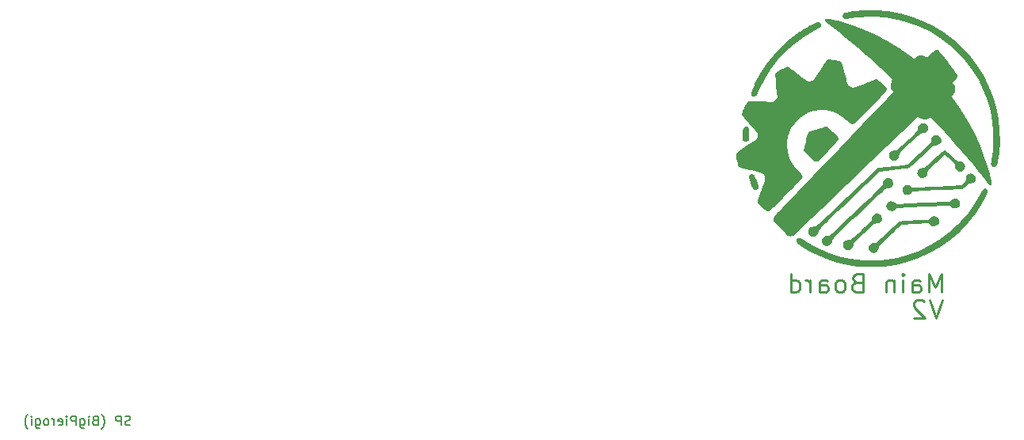
<source format=gbo>
%TF.GenerationSoftware,KiCad,Pcbnew,8.0.5+1*%
%TF.CreationDate,2024-10-17T10:57:33-04:00*%
%TF.ProjectId,mainBoard,6d61696e-426f-4617-9264-2e6b69636164,rev?*%
%TF.SameCoordinates,Original*%
%TF.FileFunction,Legend,Bot*%
%TF.FilePolarity,Positive*%
%FSLAX46Y46*%
G04 Gerber Fmt 4.6, Leading zero omitted, Abs format (unit mm)*
G04 Created by KiCad (PCBNEW 8.0.5+1) date 2024-10-17 10:57:33*
%MOMM*%
%LPD*%
G01*
G04 APERTURE LIST*
G04 Aperture macros list*
%AMRoundRect*
0 Rectangle with rounded corners*
0 $1 Rounding radius*
0 $2 $3 $4 $5 $6 $7 $8 $9 X,Y pos of 4 corners*
0 Add a 4 corners polygon primitive as box body*
4,1,4,$2,$3,$4,$5,$6,$7,$8,$9,$2,$3,0*
0 Add four circle primitives for the rounded corners*
1,1,$1+$1,$2,$3*
1,1,$1+$1,$4,$5*
1,1,$1+$1,$6,$7*
1,1,$1+$1,$8,$9*
0 Add four rect primitives between the rounded corners*
20,1,$1+$1,$2,$3,$4,$5,0*
20,1,$1+$1,$4,$5,$6,$7,0*
20,1,$1+$1,$6,$7,$8,$9,0*
20,1,$1+$1,$8,$9,$2,$3,0*%
G04 Aperture macros list end*
%ADD10C,0.250000*%
%ADD11C,0.150000*%
%ADD12C,0.000000*%
%ADD13R,3.800000X3.800000*%
%ADD14C,3.800000*%
%ADD15C,4.300000*%
%ADD16R,4.500000X2.000000*%
%ADD17O,4.000000X2.000000*%
%ADD18O,2.000000X4.000000*%
%ADD19RoundRect,0.250000X0.625000X-0.350000X0.625000X0.350000X-0.625000X0.350000X-0.625000X-0.350000X0*%
%ADD20O,1.750000X1.200000*%
%ADD21R,0.900000X2.000000*%
%ADD22RoundRect,1.025000X-1.025000X-1.025000X1.025000X-1.025000X1.025000X1.025000X-1.025000X1.025000X0*%
%ADD23C,4.100000*%
%ADD24C,1.400000*%
%ADD25R,3.500000X3.500000*%
%ADD26C,3.500000*%
%ADD27R,1.700000X1.700000*%
%ADD28O,1.700000X1.700000*%
G04 APERTURE END LIST*
D10*
X113745122Y-71656453D02*
X113745122Y-69656453D01*
X113745122Y-69656453D02*
X113078455Y-71085024D01*
X113078455Y-71085024D02*
X112411789Y-69656453D01*
X112411789Y-69656453D02*
X112411789Y-71656453D01*
X110602265Y-71656453D02*
X110602265Y-70608834D01*
X110602265Y-70608834D02*
X110697503Y-70418357D01*
X110697503Y-70418357D02*
X110887979Y-70323119D01*
X110887979Y-70323119D02*
X111268932Y-70323119D01*
X111268932Y-70323119D02*
X111459408Y-70418357D01*
X110602265Y-71561215D02*
X110792741Y-71656453D01*
X110792741Y-71656453D02*
X111268932Y-71656453D01*
X111268932Y-71656453D02*
X111459408Y-71561215D01*
X111459408Y-71561215D02*
X111554646Y-71370738D01*
X111554646Y-71370738D02*
X111554646Y-71180262D01*
X111554646Y-71180262D02*
X111459408Y-70989786D01*
X111459408Y-70989786D02*
X111268932Y-70894548D01*
X111268932Y-70894548D02*
X110792741Y-70894548D01*
X110792741Y-70894548D02*
X110602265Y-70799310D01*
X109649884Y-71656453D02*
X109649884Y-70323119D01*
X109649884Y-69656453D02*
X109745122Y-69751691D01*
X109745122Y-69751691D02*
X109649884Y-69846929D01*
X109649884Y-69846929D02*
X109554646Y-69751691D01*
X109554646Y-69751691D02*
X109649884Y-69656453D01*
X109649884Y-69656453D02*
X109649884Y-69846929D01*
X108697503Y-70323119D02*
X108697503Y-71656453D01*
X108697503Y-70513595D02*
X108602265Y-70418357D01*
X108602265Y-70418357D02*
X108411789Y-70323119D01*
X108411789Y-70323119D02*
X108126074Y-70323119D01*
X108126074Y-70323119D02*
X107935598Y-70418357D01*
X107935598Y-70418357D02*
X107840360Y-70608834D01*
X107840360Y-70608834D02*
X107840360Y-71656453D01*
X104697502Y-70608834D02*
X104411788Y-70704072D01*
X104411788Y-70704072D02*
X104316550Y-70799310D01*
X104316550Y-70799310D02*
X104221312Y-70989786D01*
X104221312Y-70989786D02*
X104221312Y-71275500D01*
X104221312Y-71275500D02*
X104316550Y-71465976D01*
X104316550Y-71465976D02*
X104411788Y-71561215D01*
X104411788Y-71561215D02*
X104602264Y-71656453D01*
X104602264Y-71656453D02*
X105364169Y-71656453D01*
X105364169Y-71656453D02*
X105364169Y-69656453D01*
X105364169Y-69656453D02*
X104697502Y-69656453D01*
X104697502Y-69656453D02*
X104507026Y-69751691D01*
X104507026Y-69751691D02*
X104411788Y-69846929D01*
X104411788Y-69846929D02*
X104316550Y-70037405D01*
X104316550Y-70037405D02*
X104316550Y-70227881D01*
X104316550Y-70227881D02*
X104411788Y-70418357D01*
X104411788Y-70418357D02*
X104507026Y-70513595D01*
X104507026Y-70513595D02*
X104697502Y-70608834D01*
X104697502Y-70608834D02*
X105364169Y-70608834D01*
X103078455Y-71656453D02*
X103268931Y-71561215D01*
X103268931Y-71561215D02*
X103364169Y-71465976D01*
X103364169Y-71465976D02*
X103459407Y-71275500D01*
X103459407Y-71275500D02*
X103459407Y-70704072D01*
X103459407Y-70704072D02*
X103364169Y-70513595D01*
X103364169Y-70513595D02*
X103268931Y-70418357D01*
X103268931Y-70418357D02*
X103078455Y-70323119D01*
X103078455Y-70323119D02*
X102792740Y-70323119D01*
X102792740Y-70323119D02*
X102602264Y-70418357D01*
X102602264Y-70418357D02*
X102507026Y-70513595D01*
X102507026Y-70513595D02*
X102411788Y-70704072D01*
X102411788Y-70704072D02*
X102411788Y-71275500D01*
X102411788Y-71275500D02*
X102507026Y-71465976D01*
X102507026Y-71465976D02*
X102602264Y-71561215D01*
X102602264Y-71561215D02*
X102792740Y-71656453D01*
X102792740Y-71656453D02*
X103078455Y-71656453D01*
X100697502Y-71656453D02*
X100697502Y-70608834D01*
X100697502Y-70608834D02*
X100792740Y-70418357D01*
X100792740Y-70418357D02*
X100983216Y-70323119D01*
X100983216Y-70323119D02*
X101364169Y-70323119D01*
X101364169Y-70323119D02*
X101554645Y-70418357D01*
X100697502Y-71561215D02*
X100887978Y-71656453D01*
X100887978Y-71656453D02*
X101364169Y-71656453D01*
X101364169Y-71656453D02*
X101554645Y-71561215D01*
X101554645Y-71561215D02*
X101649883Y-71370738D01*
X101649883Y-71370738D02*
X101649883Y-71180262D01*
X101649883Y-71180262D02*
X101554645Y-70989786D01*
X101554645Y-70989786D02*
X101364169Y-70894548D01*
X101364169Y-70894548D02*
X100887978Y-70894548D01*
X100887978Y-70894548D02*
X100697502Y-70799310D01*
X99745121Y-71656453D02*
X99745121Y-70323119D01*
X99745121Y-70704072D02*
X99649883Y-70513595D01*
X99649883Y-70513595D02*
X99554645Y-70418357D01*
X99554645Y-70418357D02*
X99364169Y-70323119D01*
X99364169Y-70323119D02*
X99173692Y-70323119D01*
X97649883Y-71656453D02*
X97649883Y-69656453D01*
X97649883Y-71561215D02*
X97840359Y-71656453D01*
X97840359Y-71656453D02*
X98221312Y-71656453D01*
X98221312Y-71656453D02*
X98411788Y-71561215D01*
X98411788Y-71561215D02*
X98507026Y-71465976D01*
X98507026Y-71465976D02*
X98602264Y-71275500D01*
X98602264Y-71275500D02*
X98602264Y-70704072D01*
X98602264Y-70704072D02*
X98507026Y-70513595D01*
X98507026Y-70513595D02*
X98411788Y-70418357D01*
X98411788Y-70418357D02*
X98221312Y-70323119D01*
X98221312Y-70323119D02*
X97840359Y-70323119D01*
X97840359Y-70323119D02*
X97649883Y-70418357D01*
X113809999Y-72446525D02*
X113143333Y-74446525D01*
X113143333Y-74446525D02*
X112476666Y-72446525D01*
X111905237Y-72637001D02*
X111809999Y-72541763D01*
X111809999Y-72541763D02*
X111619523Y-72446525D01*
X111619523Y-72446525D02*
X111143332Y-72446525D01*
X111143332Y-72446525D02*
X110952856Y-72541763D01*
X110952856Y-72541763D02*
X110857618Y-72637001D01*
X110857618Y-72637001D02*
X110762380Y-72827477D01*
X110762380Y-72827477D02*
X110762380Y-73017953D01*
X110762380Y-73017953D02*
X110857618Y-73303667D01*
X110857618Y-73303667D02*
X112000475Y-74446525D01*
X112000475Y-74446525D02*
X110762380Y-74446525D01*
D11*
X27096625Y-85836415D02*
X26953768Y-85884034D01*
X26953768Y-85884034D02*
X26715673Y-85884034D01*
X26715673Y-85884034D02*
X26620435Y-85836415D01*
X26620435Y-85836415D02*
X26572816Y-85788795D01*
X26572816Y-85788795D02*
X26525197Y-85693557D01*
X26525197Y-85693557D02*
X26525197Y-85598319D01*
X26525197Y-85598319D02*
X26572816Y-85503081D01*
X26572816Y-85503081D02*
X26620435Y-85455462D01*
X26620435Y-85455462D02*
X26715673Y-85407843D01*
X26715673Y-85407843D02*
X26906149Y-85360224D01*
X26906149Y-85360224D02*
X27001387Y-85312605D01*
X27001387Y-85312605D02*
X27049006Y-85264986D01*
X27049006Y-85264986D02*
X27096625Y-85169748D01*
X27096625Y-85169748D02*
X27096625Y-85074510D01*
X27096625Y-85074510D02*
X27049006Y-84979272D01*
X27049006Y-84979272D02*
X27001387Y-84931653D01*
X27001387Y-84931653D02*
X26906149Y-84884034D01*
X26906149Y-84884034D02*
X26668054Y-84884034D01*
X26668054Y-84884034D02*
X26525197Y-84931653D01*
X26096625Y-85884034D02*
X26096625Y-84884034D01*
X26096625Y-84884034D02*
X25715673Y-84884034D01*
X25715673Y-84884034D02*
X25620435Y-84931653D01*
X25620435Y-84931653D02*
X25572816Y-84979272D01*
X25572816Y-84979272D02*
X25525197Y-85074510D01*
X25525197Y-85074510D02*
X25525197Y-85217367D01*
X25525197Y-85217367D02*
X25572816Y-85312605D01*
X25572816Y-85312605D02*
X25620435Y-85360224D01*
X25620435Y-85360224D02*
X25715673Y-85407843D01*
X25715673Y-85407843D02*
X26096625Y-85407843D01*
X24049006Y-86264986D02*
X24096625Y-86217367D01*
X24096625Y-86217367D02*
X24191863Y-86074510D01*
X24191863Y-86074510D02*
X24239482Y-85979272D01*
X24239482Y-85979272D02*
X24287101Y-85836415D01*
X24287101Y-85836415D02*
X24334720Y-85598319D01*
X24334720Y-85598319D02*
X24334720Y-85407843D01*
X24334720Y-85407843D02*
X24287101Y-85169748D01*
X24287101Y-85169748D02*
X24239482Y-85026891D01*
X24239482Y-85026891D02*
X24191863Y-84931653D01*
X24191863Y-84931653D02*
X24096625Y-84788795D01*
X24096625Y-84788795D02*
X24049006Y-84741176D01*
X23334720Y-85360224D02*
X23191863Y-85407843D01*
X23191863Y-85407843D02*
X23144244Y-85455462D01*
X23144244Y-85455462D02*
X23096625Y-85550700D01*
X23096625Y-85550700D02*
X23096625Y-85693557D01*
X23096625Y-85693557D02*
X23144244Y-85788795D01*
X23144244Y-85788795D02*
X23191863Y-85836415D01*
X23191863Y-85836415D02*
X23287101Y-85884034D01*
X23287101Y-85884034D02*
X23668053Y-85884034D01*
X23668053Y-85884034D02*
X23668053Y-84884034D01*
X23668053Y-84884034D02*
X23334720Y-84884034D01*
X23334720Y-84884034D02*
X23239482Y-84931653D01*
X23239482Y-84931653D02*
X23191863Y-84979272D01*
X23191863Y-84979272D02*
X23144244Y-85074510D01*
X23144244Y-85074510D02*
X23144244Y-85169748D01*
X23144244Y-85169748D02*
X23191863Y-85264986D01*
X23191863Y-85264986D02*
X23239482Y-85312605D01*
X23239482Y-85312605D02*
X23334720Y-85360224D01*
X23334720Y-85360224D02*
X23668053Y-85360224D01*
X22668053Y-85884034D02*
X22668053Y-85217367D01*
X22668053Y-84884034D02*
X22715672Y-84931653D01*
X22715672Y-84931653D02*
X22668053Y-84979272D01*
X22668053Y-84979272D02*
X22620434Y-84931653D01*
X22620434Y-84931653D02*
X22668053Y-84884034D01*
X22668053Y-84884034D02*
X22668053Y-84979272D01*
X21763292Y-85217367D02*
X21763292Y-86026891D01*
X21763292Y-86026891D02*
X21810911Y-86122129D01*
X21810911Y-86122129D02*
X21858530Y-86169748D01*
X21858530Y-86169748D02*
X21953768Y-86217367D01*
X21953768Y-86217367D02*
X22096625Y-86217367D01*
X22096625Y-86217367D02*
X22191863Y-86169748D01*
X21763292Y-85836415D02*
X21858530Y-85884034D01*
X21858530Y-85884034D02*
X22049006Y-85884034D01*
X22049006Y-85884034D02*
X22144244Y-85836415D01*
X22144244Y-85836415D02*
X22191863Y-85788795D01*
X22191863Y-85788795D02*
X22239482Y-85693557D01*
X22239482Y-85693557D02*
X22239482Y-85407843D01*
X22239482Y-85407843D02*
X22191863Y-85312605D01*
X22191863Y-85312605D02*
X22144244Y-85264986D01*
X22144244Y-85264986D02*
X22049006Y-85217367D01*
X22049006Y-85217367D02*
X21858530Y-85217367D01*
X21858530Y-85217367D02*
X21763292Y-85264986D01*
X21287101Y-85884034D02*
X21287101Y-84884034D01*
X21287101Y-84884034D02*
X20906149Y-84884034D01*
X20906149Y-84884034D02*
X20810911Y-84931653D01*
X20810911Y-84931653D02*
X20763292Y-84979272D01*
X20763292Y-84979272D02*
X20715673Y-85074510D01*
X20715673Y-85074510D02*
X20715673Y-85217367D01*
X20715673Y-85217367D02*
X20763292Y-85312605D01*
X20763292Y-85312605D02*
X20810911Y-85360224D01*
X20810911Y-85360224D02*
X20906149Y-85407843D01*
X20906149Y-85407843D02*
X21287101Y-85407843D01*
X20287101Y-85884034D02*
X20287101Y-85217367D01*
X20287101Y-84884034D02*
X20334720Y-84931653D01*
X20334720Y-84931653D02*
X20287101Y-84979272D01*
X20287101Y-84979272D02*
X20239482Y-84931653D01*
X20239482Y-84931653D02*
X20287101Y-84884034D01*
X20287101Y-84884034D02*
X20287101Y-84979272D01*
X19429959Y-85836415D02*
X19525197Y-85884034D01*
X19525197Y-85884034D02*
X19715673Y-85884034D01*
X19715673Y-85884034D02*
X19810911Y-85836415D01*
X19810911Y-85836415D02*
X19858530Y-85741176D01*
X19858530Y-85741176D02*
X19858530Y-85360224D01*
X19858530Y-85360224D02*
X19810911Y-85264986D01*
X19810911Y-85264986D02*
X19715673Y-85217367D01*
X19715673Y-85217367D02*
X19525197Y-85217367D01*
X19525197Y-85217367D02*
X19429959Y-85264986D01*
X19429959Y-85264986D02*
X19382340Y-85360224D01*
X19382340Y-85360224D02*
X19382340Y-85455462D01*
X19382340Y-85455462D02*
X19858530Y-85550700D01*
X18953768Y-85884034D02*
X18953768Y-85217367D01*
X18953768Y-85407843D02*
X18906149Y-85312605D01*
X18906149Y-85312605D02*
X18858530Y-85264986D01*
X18858530Y-85264986D02*
X18763292Y-85217367D01*
X18763292Y-85217367D02*
X18668054Y-85217367D01*
X18191863Y-85884034D02*
X18287101Y-85836415D01*
X18287101Y-85836415D02*
X18334720Y-85788795D01*
X18334720Y-85788795D02*
X18382339Y-85693557D01*
X18382339Y-85693557D02*
X18382339Y-85407843D01*
X18382339Y-85407843D02*
X18334720Y-85312605D01*
X18334720Y-85312605D02*
X18287101Y-85264986D01*
X18287101Y-85264986D02*
X18191863Y-85217367D01*
X18191863Y-85217367D02*
X18049006Y-85217367D01*
X18049006Y-85217367D02*
X17953768Y-85264986D01*
X17953768Y-85264986D02*
X17906149Y-85312605D01*
X17906149Y-85312605D02*
X17858530Y-85407843D01*
X17858530Y-85407843D02*
X17858530Y-85693557D01*
X17858530Y-85693557D02*
X17906149Y-85788795D01*
X17906149Y-85788795D02*
X17953768Y-85836415D01*
X17953768Y-85836415D02*
X18049006Y-85884034D01*
X18049006Y-85884034D02*
X18191863Y-85884034D01*
X17001387Y-85217367D02*
X17001387Y-86026891D01*
X17001387Y-86026891D02*
X17049006Y-86122129D01*
X17049006Y-86122129D02*
X17096625Y-86169748D01*
X17096625Y-86169748D02*
X17191863Y-86217367D01*
X17191863Y-86217367D02*
X17334720Y-86217367D01*
X17334720Y-86217367D02*
X17429958Y-86169748D01*
X17001387Y-85836415D02*
X17096625Y-85884034D01*
X17096625Y-85884034D02*
X17287101Y-85884034D01*
X17287101Y-85884034D02*
X17382339Y-85836415D01*
X17382339Y-85836415D02*
X17429958Y-85788795D01*
X17429958Y-85788795D02*
X17477577Y-85693557D01*
X17477577Y-85693557D02*
X17477577Y-85407843D01*
X17477577Y-85407843D02*
X17429958Y-85312605D01*
X17429958Y-85312605D02*
X17382339Y-85264986D01*
X17382339Y-85264986D02*
X17287101Y-85217367D01*
X17287101Y-85217367D02*
X17096625Y-85217367D01*
X17096625Y-85217367D02*
X17001387Y-85264986D01*
X16525196Y-85884034D02*
X16525196Y-85217367D01*
X16525196Y-84884034D02*
X16572815Y-84931653D01*
X16572815Y-84931653D02*
X16525196Y-84979272D01*
X16525196Y-84979272D02*
X16477577Y-84931653D01*
X16477577Y-84931653D02*
X16525196Y-84884034D01*
X16525196Y-84884034D02*
X16525196Y-84979272D01*
X16144244Y-86264986D02*
X16096625Y-86217367D01*
X16096625Y-86217367D02*
X16001387Y-86074510D01*
X16001387Y-86074510D02*
X15953768Y-85979272D01*
X15953768Y-85979272D02*
X15906149Y-85836415D01*
X15906149Y-85836415D02*
X15858530Y-85598319D01*
X15858530Y-85598319D02*
X15858530Y-85407843D01*
X15858530Y-85407843D02*
X15906149Y-85169748D01*
X15906149Y-85169748D02*
X15953768Y-85026891D01*
X15953768Y-85026891D02*
X16001387Y-84931653D01*
X16001387Y-84931653D02*
X16096625Y-84788795D01*
X16096625Y-84788795D02*
X16144244Y-84741176D01*
D12*
%TO.C,G\u002A\u002A\u002A*%
G36*
X93612297Y-59029523D02*
G01*
X93669705Y-59056552D01*
X93741648Y-59122388D01*
X93813546Y-59239511D01*
X93897540Y-59428975D01*
X94005773Y-59711835D01*
X94109948Y-59999427D01*
X94186224Y-60234527D01*
X94221575Y-60396445D01*
X94218109Y-60505378D01*
X94177934Y-60581527D01*
X94103158Y-60645089D01*
X93978715Y-60716709D01*
X93838794Y-60741158D01*
X93713477Y-60681441D01*
X93593849Y-60529042D01*
X93470995Y-60275443D01*
X93336000Y-59912127D01*
X93332015Y-59900464D01*
X93236726Y-59607130D01*
X93183877Y-59404791D01*
X93169567Y-59274347D01*
X93189895Y-59196696D01*
X93259537Y-59105710D01*
X93419508Y-59010618D01*
X93612297Y-59029523D01*
G37*
G36*
X92942034Y-53940012D02*
G01*
X93062096Y-53966012D01*
X93141441Y-54037567D01*
X93188132Y-54173237D01*
X93210234Y-54391583D01*
X93215810Y-54711165D01*
X93214435Y-54932360D01*
X93206004Y-55149809D01*
X93186197Y-55292037D01*
X93150828Y-55384938D01*
X93095715Y-55454404D01*
X92956498Y-55549802D01*
X92781190Y-55557539D01*
X92607061Y-55446128D01*
X92605433Y-55444497D01*
X92547638Y-55376816D01*
X92512903Y-55297302D01*
X92497697Y-55178973D01*
X92498488Y-54994847D01*
X92511743Y-54717941D01*
X92514224Y-54674453D01*
X92540692Y-54362198D01*
X92582143Y-54150149D01*
X92646938Y-54020603D01*
X92743438Y-53955858D01*
X92880004Y-53938210D01*
X92942034Y-53940012D01*
G37*
G36*
X115352927Y-61642473D02*
G01*
X115361491Y-61645411D01*
X115545201Y-61763338D01*
X115680709Y-61946741D01*
X115733540Y-62149676D01*
X115733425Y-62158464D01*
X115676238Y-62361342D01*
X115538059Y-62542789D01*
X115353442Y-62656708D01*
X115154783Y-62694448D01*
X114969748Y-62649772D01*
X114772784Y-62507331D01*
X114622666Y-62372189D01*
X111775496Y-62493310D01*
X108928326Y-62614432D01*
X108782806Y-62787373D01*
X108640999Y-62906925D01*
X108435557Y-62970426D01*
X108227876Y-62944609D01*
X108045742Y-62840113D01*
X107916940Y-62667574D01*
X107869256Y-62437630D01*
X107870006Y-62409739D01*
X107895167Y-62235934D01*
X107944315Y-62114449D01*
X108123732Y-61962756D01*
X108351957Y-61899825D01*
X108591303Y-61935384D01*
X108810226Y-62071016D01*
X108948241Y-62200674D01*
X111785453Y-62089063D01*
X114622666Y-61977451D01*
X114735634Y-61833902D01*
X114876569Y-61698294D01*
X115099273Y-61612515D01*
X115352927Y-61642473D01*
G37*
G36*
X101483961Y-53963948D02*
G01*
X101637956Y-54052300D01*
X101866177Y-54230721D01*
X102170018Y-54500252D01*
X102386831Y-54703457D01*
X102570926Y-54887805D01*
X102686428Y-55023950D01*
X102746256Y-55127427D01*
X102763328Y-55213774D01*
X102752965Y-55269210D01*
X102708465Y-55358626D01*
X102621065Y-55482545D01*
X102482381Y-55651068D01*
X102284027Y-55874299D01*
X102017618Y-56162339D01*
X101674770Y-56525291D01*
X101400722Y-56811026D01*
X101126068Y-57092005D01*
X100885578Y-57332444D01*
X100691227Y-57520556D01*
X100554989Y-57644555D01*
X100488836Y-57692655D01*
X100477905Y-57694886D01*
X100368924Y-57688829D01*
X100235485Y-57628222D01*
X100064457Y-57503658D01*
X99842711Y-57305729D01*
X99557118Y-57025026D01*
X99023013Y-56485392D01*
X99247976Y-55534555D01*
X99299533Y-55322152D01*
X99377928Y-55019260D01*
X99448566Y-54769257D01*
X99505277Y-54593576D01*
X99541892Y-54513648D01*
X99607781Y-54478281D01*
X99770625Y-54416145D01*
X100002602Y-54338090D01*
X100278512Y-54251576D01*
X100573154Y-54164062D01*
X100861327Y-54083010D01*
X101117831Y-54015879D01*
X101317465Y-53970130D01*
X101435028Y-53953222D01*
X101483961Y-53963948D01*
G37*
G36*
X100611384Y-42726167D02*
G01*
X100761691Y-42796496D01*
X100864825Y-42941587D01*
X100891351Y-43123408D01*
X100872135Y-43200132D01*
X100818714Y-43276543D01*
X100713157Y-43361524D01*
X100536897Y-43469835D01*
X100271365Y-43616236D01*
X100170768Y-43670896D01*
X99060236Y-44344143D01*
X98036308Y-45097988D01*
X97101289Y-45929972D01*
X96257485Y-46837634D01*
X95507201Y-47818517D01*
X94852744Y-48870159D01*
X94296419Y-49990101D01*
X94220460Y-50160149D01*
X94116324Y-50383717D01*
X94033039Y-50551273D01*
X93983781Y-50635610D01*
X93939972Y-50671131D01*
X93792399Y-50707673D01*
X93622123Y-50686629D01*
X93484772Y-50610769D01*
X93440579Y-50552398D01*
X93414801Y-50454666D01*
X93428878Y-50317231D01*
X93486790Y-50123429D01*
X93592516Y-49856596D01*
X93750036Y-49500069D01*
X93811385Y-49367025D01*
X94381937Y-48285947D01*
X95056810Y-47250262D01*
X95825787Y-46271988D01*
X96678649Y-45363141D01*
X97605179Y-44535739D01*
X98595158Y-43801799D01*
X98698316Y-43733451D01*
X99023158Y-43527510D01*
X99361093Y-43325007D01*
X99693130Y-43136236D01*
X100000279Y-42971492D01*
X100263549Y-42841071D01*
X100463951Y-42755269D01*
X100582494Y-42724380D01*
X100611384Y-42726167D01*
G37*
G36*
X116923759Y-58939275D02*
G01*
X117169000Y-59008035D01*
X117339998Y-59160256D01*
X117422820Y-59377654D01*
X117403532Y-59641946D01*
X117397533Y-59662249D01*
X117280227Y-59845647D01*
X117083075Y-59971350D01*
X116838187Y-60017997D01*
X116753065Y-60033447D01*
X116581311Y-60128876D01*
X116358421Y-60318234D01*
X116346056Y-60329851D01*
X116175666Y-60475573D01*
X116027458Y-60578720D01*
X115932288Y-60617612D01*
X115898318Y-60618526D01*
X115752639Y-60624562D01*
X115507533Y-60635708D01*
X115175936Y-60651344D01*
X114770786Y-60670851D01*
X114305019Y-60693608D01*
X113791572Y-60718998D01*
X113243383Y-60746398D01*
X110663155Y-60876043D01*
X110547974Y-61022472D01*
X110436366Y-61135511D01*
X110305980Y-61221433D01*
X110101773Y-61256623D01*
X109898383Y-61199336D01*
X109729448Y-61066975D01*
X109615241Y-60882712D01*
X109576035Y-60669720D01*
X109632101Y-60451169D01*
X109692410Y-60358171D01*
X109874751Y-60212324D01*
X110095928Y-60157917D01*
X110324633Y-60198860D01*
X110529557Y-60339065D01*
X110659545Y-60475133D01*
X113295334Y-60342039D01*
X115931124Y-60208946D01*
X116156081Y-59948341D01*
X116173956Y-59927491D01*
X116299281Y-59762561D01*
X116352851Y-59634284D01*
X116351566Y-59504273D01*
X116367793Y-59310360D01*
X116475792Y-59123112D01*
X116651120Y-58988661D01*
X116866416Y-58937146D01*
X116923759Y-58939275D01*
G37*
G36*
X106991144Y-63211525D02*
G01*
X107201383Y-63307280D01*
X107338156Y-63488845D01*
X107386968Y-63740929D01*
X107373587Y-63885127D01*
X107277698Y-64100635D01*
X107095446Y-64235020D01*
X106833919Y-64281354D01*
X106788518Y-64281917D01*
X106711442Y-64289645D01*
X106633242Y-64314005D01*
X106541591Y-64364387D01*
X106424161Y-64450176D01*
X106268625Y-64580761D01*
X106062654Y-64765530D01*
X105793923Y-65013870D01*
X105450102Y-65335170D01*
X105401974Y-65380242D01*
X105067704Y-65694478D01*
X104810482Y-65940012D01*
X104620295Y-66128098D01*
X104487136Y-66269993D01*
X104400992Y-66376953D01*
X104351855Y-66460234D01*
X104329713Y-66531092D01*
X104324557Y-66600782D01*
X104323913Y-66631067D01*
X104277660Y-66818452D01*
X104141629Y-66995506D01*
X104014338Y-67107248D01*
X103894582Y-67153193D01*
X103736310Y-67143032D01*
X103611400Y-67111910D01*
X103402369Y-66984625D01*
X103282155Y-66787856D01*
X103263495Y-66537904D01*
X103275813Y-66467491D01*
X103371541Y-66251446D01*
X103546728Y-66124231D01*
X103805795Y-66082129D01*
X103839045Y-66081656D01*
X103915617Y-66074089D01*
X103993684Y-66049881D01*
X104085508Y-65999634D01*
X104203354Y-65913949D01*
X104359485Y-65783429D01*
X104566166Y-65598676D01*
X104835660Y-65350291D01*
X105180231Y-65028877D01*
X105232389Y-64980100D01*
X105565877Y-64667035D01*
X105822390Y-64422497D01*
X106011947Y-64235230D01*
X106144569Y-64093975D01*
X106230277Y-63987474D01*
X106279091Y-63904468D01*
X106301031Y-63833699D01*
X106306117Y-63763909D01*
X106332030Y-63604383D01*
X106451430Y-63399013D01*
X106641903Y-63254882D01*
X106874677Y-63200503D01*
X106991144Y-63211525D01*
G37*
G36*
X113021468Y-63522390D02*
G01*
X113190681Y-63569744D01*
X113381809Y-63710316D01*
X113484006Y-63931263D01*
X113494636Y-63995807D01*
X113470648Y-64226549D01*
X113360850Y-64412622D01*
X113189978Y-64540462D01*
X112982768Y-64596503D01*
X112763958Y-64567179D01*
X112558282Y-64438926D01*
X112400916Y-64288671D01*
X110911465Y-64365198D01*
X109422013Y-64441726D01*
X109080023Y-64770748D01*
X108950474Y-64894452D01*
X108735979Y-65097614D01*
X108473976Y-65344615D01*
X108186195Y-65614972D01*
X107894368Y-65888207D01*
X107625430Y-66140779D01*
X107401463Y-66356101D01*
X107244242Y-66516729D01*
X107142161Y-66636404D01*
X107083614Y-66728868D01*
X107056997Y-66807860D01*
X107050703Y-66887124D01*
X107023283Y-67054437D01*
X106898878Y-67265155D01*
X106696424Y-67407094D01*
X106595347Y-67442635D01*
X106447349Y-67451986D01*
X106274416Y-67392123D01*
X106266058Y-67388157D01*
X106112512Y-67262519D01*
X105993592Y-67079120D01*
X105945833Y-66893411D01*
X105953767Y-66814075D01*
X106043874Y-66613678D01*
X106208267Y-66453321D01*
X106414088Y-66358862D01*
X106628483Y-66356159D01*
X106634103Y-66357280D01*
X106692182Y-66347677D01*
X106780963Y-66299893D01*
X106909682Y-66206343D01*
X107087577Y-66059440D01*
X107323886Y-65851600D01*
X107627846Y-65575236D01*
X108008695Y-65222762D01*
X109260919Y-64057454D01*
X109780090Y-64020485D01*
X109887120Y-64013355D01*
X110177804Y-63996445D01*
X110535604Y-63977888D01*
X110924998Y-63959482D01*
X111310464Y-63943026D01*
X112321667Y-63902536D01*
X112569077Y-63695831D01*
X112596564Y-63673081D01*
X112753283Y-63560120D01*
X112879919Y-63515640D01*
X113021468Y-63522390D01*
G37*
G36*
X111956924Y-53584245D02*
G01*
X111959693Y-53585310D01*
X112168265Y-53716310D01*
X112290833Y-53896340D01*
X112331912Y-54099786D01*
X112296017Y-54301034D01*
X112187662Y-54474473D01*
X112011363Y-54594488D01*
X111771633Y-54635466D01*
X111733606Y-54635103D01*
X111660607Y-54641952D01*
X111584056Y-54666632D01*
X111491960Y-54718349D01*
X111372327Y-54806306D01*
X111213165Y-54939706D01*
X111002480Y-55127754D01*
X110728282Y-55379654D01*
X110378577Y-55704609D01*
X110144582Y-55922713D01*
X109847626Y-56201244D01*
X109622378Y-56416873D01*
X109458852Y-56580964D01*
X109347067Y-56704880D01*
X109277037Y-56799987D01*
X109238779Y-56877649D01*
X109222310Y-56949230D01*
X109217646Y-57026095D01*
X109213879Y-57095624D01*
X109166773Y-57273132D01*
X109046462Y-57414124D01*
X109003260Y-57448101D01*
X108773547Y-57546264D01*
X108531747Y-57534311D01*
X108307402Y-57412314D01*
X108236899Y-57344302D01*
X108160284Y-57208282D01*
X108140289Y-57015633D01*
X108156593Y-56867220D01*
X108260772Y-56656693D01*
X108451282Y-56522394D01*
X108716515Y-56475208D01*
X108754887Y-56474534D01*
X108829138Y-56465535D01*
X108907282Y-56438650D01*
X109001241Y-56384658D01*
X109122935Y-56294338D01*
X109284284Y-56158469D01*
X109497210Y-55967832D01*
X109773632Y-55713205D01*
X110125471Y-55385369D01*
X110262610Y-55256994D01*
X110606655Y-54931098D01*
X110869995Y-54674365D01*
X111059742Y-54479282D01*
X111183011Y-54338340D01*
X111246914Y-54244027D01*
X111258564Y-54188831D01*
X111255155Y-54174681D01*
X111262416Y-54039765D01*
X111311607Y-53874133D01*
X111360886Y-53784949D01*
X111527382Y-53632455D01*
X111739259Y-53559625D01*
X111956924Y-53584245D01*
G37*
G36*
X118549461Y-60615097D02*
G01*
X118573145Y-60628505D01*
X118669775Y-60714730D01*
X118707284Y-60833831D01*
X118683841Y-61002599D01*
X118597614Y-61237824D01*
X118446771Y-61556295D01*
X118030892Y-62310938D01*
X117387735Y-63273947D01*
X116630593Y-64211404D01*
X115757215Y-65126300D01*
X115537112Y-65335094D01*
X114572723Y-66148573D01*
X113539754Y-66866173D01*
X112445374Y-67484577D01*
X111296754Y-68000472D01*
X110101061Y-68410540D01*
X108865464Y-68711469D01*
X107597134Y-68899941D01*
X107157738Y-68933019D01*
X106602858Y-68952199D01*
X106018755Y-68953307D01*
X105452326Y-68936319D01*
X104950470Y-68901213D01*
X104803801Y-68886000D01*
X103763051Y-68727061D01*
X102710219Y-68481939D01*
X101670109Y-68159169D01*
X100667525Y-67767285D01*
X99727270Y-67314823D01*
X98874148Y-66810317D01*
X98768962Y-66740123D01*
X98498894Y-66544915D01*
X98324530Y-66385630D01*
X98236570Y-66249452D01*
X98225717Y-66123568D01*
X98282672Y-65995162D01*
X98377344Y-65891962D01*
X98498294Y-65852769D01*
X98660337Y-65883210D01*
X98879906Y-65986430D01*
X99173436Y-66165571D01*
X99378479Y-66296057D01*
X100466818Y-66904735D01*
X101603689Y-67403614D01*
X102789416Y-67792821D01*
X104024320Y-68072483D01*
X104148832Y-68093398D01*
X104708497Y-68163249D01*
X105340346Y-68210595D01*
X106007609Y-68234610D01*
X106673517Y-68234471D01*
X107301301Y-68209351D01*
X107854192Y-68158425D01*
X109013628Y-67960618D01*
X110220795Y-67640790D01*
X111378701Y-67211942D01*
X112484680Y-66675381D01*
X113536059Y-66032415D01*
X114530172Y-65284349D01*
X115464347Y-64432492D01*
X115812950Y-64071698D01*
X116611289Y-63134708D01*
X117302025Y-62149648D01*
X117889014Y-61111237D01*
X117987461Y-60925651D01*
X118130620Y-60708933D01*
X118263066Y-60591652D01*
X118398209Y-60563731D01*
X118549461Y-60615097D01*
G37*
G36*
X108397621Y-59539328D02*
G01*
X108534756Y-59721951D01*
X108586004Y-59975691D01*
X108575356Y-60100177D01*
X108481342Y-60313016D01*
X108300951Y-60449940D01*
X108047147Y-60498376D01*
X108005903Y-60499344D01*
X107955186Y-60506425D01*
X107898313Y-60525523D01*
X107828539Y-60562526D01*
X107739116Y-60623321D01*
X107623299Y-60713796D01*
X107474340Y-60839839D01*
X107285494Y-61007336D01*
X107050013Y-61222176D01*
X106761152Y-61490247D01*
X106412164Y-61817435D01*
X105996302Y-62209628D01*
X105506819Y-62672714D01*
X104936971Y-63212581D01*
X104579304Y-63551577D01*
X104059438Y-64044778D01*
X103616838Y-64465754D01*
X103245284Y-64820885D01*
X102938558Y-65116550D01*
X102690439Y-65359127D01*
X102494709Y-65554994D01*
X102345148Y-65710532D01*
X102235537Y-65832117D01*
X102159656Y-65926131D01*
X102111287Y-65998950D01*
X102084209Y-66056954D01*
X102072204Y-66106522D01*
X102069053Y-66154032D01*
X102045564Y-66319061D01*
X101923479Y-66532261D01*
X101899579Y-66556164D01*
X101701319Y-66671774D01*
X101481813Y-66690583D01*
X101270629Y-66621408D01*
X101097334Y-66473065D01*
X100991498Y-66254370D01*
X100981767Y-66109403D01*
X101051812Y-65907148D01*
X101200515Y-65740781D01*
X101403242Y-65634814D01*
X101635358Y-65613757D01*
X101653446Y-65613223D01*
X101705791Y-65594274D01*
X101783604Y-65546783D01*
X101893006Y-65465292D01*
X102040119Y-65344341D01*
X102231062Y-65178474D01*
X102471956Y-64962230D01*
X102768923Y-64690152D01*
X103128082Y-64356782D01*
X103555556Y-63956661D01*
X104057464Y-63484331D01*
X104639927Y-62934332D01*
X105078900Y-62519266D01*
X105585883Y-62039391D01*
X106016608Y-61630583D01*
X106377376Y-61286374D01*
X106674486Y-61000299D01*
X106914239Y-60765889D01*
X107102934Y-60576678D01*
X107246873Y-60426200D01*
X107352354Y-60307987D01*
X107425679Y-60215573D01*
X107473147Y-60142490D01*
X107501058Y-60082273D01*
X107515713Y-60028454D01*
X107523412Y-59974567D01*
X107593115Y-59709130D01*
X107736707Y-59533357D01*
X107959338Y-59443226D01*
X108192370Y-59442922D01*
X108397621Y-59539328D01*
G37*
G36*
X114173843Y-56476028D02*
G01*
X114186004Y-56483403D01*
X114288969Y-56563690D01*
X114453410Y-56706487D01*
X114659332Y-56894050D01*
X114886736Y-57108635D01*
X115090431Y-57302580D01*
X115276761Y-57472321D01*
X115413300Y-57581329D01*
X115519409Y-57642823D01*
X115614447Y-57670024D01*
X115717772Y-57676153D01*
X115876501Y-57691685D01*
X116102348Y-57787161D01*
X116248203Y-57953762D01*
X116301047Y-58173058D01*
X116247864Y-58426621D01*
X116244425Y-58434693D01*
X116101973Y-58629615D01*
X115891759Y-58729294D01*
X115626218Y-58727706D01*
X115508631Y-58685687D01*
X115341093Y-58545620D01*
X115235035Y-58352710D01*
X115218290Y-58146603D01*
X115221678Y-58124097D01*
X115216001Y-58048011D01*
X115173075Y-57961722D01*
X115079476Y-57848173D01*
X114921778Y-57690308D01*
X114686555Y-57471071D01*
X114659107Y-57445918D01*
X114447094Y-57254572D01*
X114268946Y-57098769D01*
X114142656Y-56993957D01*
X114086218Y-56955586D01*
X114080322Y-56958245D01*
X114006901Y-57016757D01*
X113863510Y-57142689D01*
X113663710Y-57323784D01*
X113421061Y-57547789D01*
X113149124Y-57802449D01*
X113107760Y-57841459D01*
X112813438Y-58120817D01*
X112595016Y-58333603D01*
X112441336Y-58492929D01*
X112341234Y-58611908D01*
X112283551Y-58703653D01*
X112257126Y-58781278D01*
X112250798Y-58857895D01*
X112250798Y-58858190D01*
X112210466Y-59059013D01*
X112075275Y-59242002D01*
X111965059Y-59331053D01*
X111748549Y-59412123D01*
X111535782Y-59394818D01*
X111351949Y-59289808D01*
X111222243Y-59107765D01*
X111171857Y-58859358D01*
X111182748Y-58733269D01*
X111277145Y-58520996D01*
X111458077Y-58384769D01*
X111713032Y-58336673D01*
X111777495Y-58336572D01*
X111845365Y-58331406D01*
X111913611Y-58312706D01*
X111993205Y-58271968D01*
X112095120Y-58200689D01*
X112230327Y-58090367D01*
X112409798Y-57932498D01*
X112644505Y-57718580D01*
X112945421Y-57440108D01*
X113323518Y-57088581D01*
X113368107Y-57047153D01*
X113629921Y-56806577D01*
X113821758Y-56637821D01*
X113957842Y-56530636D01*
X114052400Y-56474774D01*
X114119659Y-56459987D01*
X114173843Y-56476028D01*
G37*
G36*
X106713431Y-41496705D02*
G01*
X107218613Y-41509912D01*
X107663085Y-41534870D01*
X108017465Y-41571815D01*
X108024110Y-41572771D01*
X109326170Y-41818505D01*
X110577905Y-42172513D01*
X111776320Y-42633133D01*
X112918423Y-43198706D01*
X114001220Y-43867573D01*
X115021717Y-44638074D01*
X115976922Y-45508548D01*
X116863841Y-46477335D01*
X117565196Y-47398103D01*
X118214801Y-48437367D01*
X118768654Y-49536036D01*
X119223659Y-50683626D01*
X119576723Y-51869654D01*
X119824749Y-53083636D01*
X119964644Y-54315088D01*
X119993312Y-55553525D01*
X119907659Y-56788465D01*
X119900208Y-56851786D01*
X119847475Y-57271143D01*
X119799255Y-57589098D01*
X119751618Y-57821884D01*
X119700637Y-57985733D01*
X119642384Y-58096875D01*
X119572928Y-58171543D01*
X119439146Y-58255411D01*
X119298232Y-58257852D01*
X119149264Y-58149560D01*
X119085865Y-58073920D01*
X119046949Y-57953999D01*
X119059818Y-57774265D01*
X119107292Y-57453730D01*
X119175031Y-56951073D01*
X119222781Y-56512796D01*
X119253449Y-56104741D01*
X119269939Y-55692750D01*
X119275158Y-55242663D01*
X119256331Y-54387414D01*
X119189170Y-53552725D01*
X119067695Y-52756916D01*
X118886062Y-51962253D01*
X118638428Y-51131000D01*
X118244380Y-50082651D01*
X117706827Y-48973630D01*
X117064157Y-47922599D01*
X116316591Y-46929916D01*
X115464347Y-45995937D01*
X114601391Y-45203581D01*
X113611622Y-44447790D01*
X112564389Y-43797001D01*
X111462360Y-43252521D01*
X110308204Y-42815657D01*
X109104592Y-42487716D01*
X107854192Y-42270004D01*
X107479203Y-42232919D01*
X106935934Y-42204307D01*
X106340689Y-42194719D01*
X105727667Y-42203563D01*
X105131066Y-42230244D01*
X104585085Y-42274169D01*
X104123921Y-42334745D01*
X103966812Y-42359242D01*
X103713211Y-42390275D01*
X103510557Y-42404549D01*
X103392344Y-42399115D01*
X103274970Y-42331697D01*
X103199185Y-42179035D01*
X103207898Y-41975456D01*
X103234708Y-41909530D01*
X103303846Y-41838515D01*
X103427072Y-41777906D01*
X103620731Y-41722030D01*
X103901166Y-41665217D01*
X104284722Y-41601795D01*
X104305157Y-41598673D01*
X104673194Y-41556666D01*
X105127420Y-41525229D01*
X105638455Y-41504599D01*
X106176918Y-41495013D01*
X106713431Y-41496705D01*
G37*
G36*
X113368930Y-54889776D02*
G01*
X113576457Y-55029454D01*
X113655560Y-55121170D01*
X113748776Y-55334213D01*
X113722408Y-55549054D01*
X113576457Y-55759259D01*
X113515778Y-55815829D01*
X113355253Y-55909785D01*
X113150676Y-55934782D01*
X113143759Y-55934793D01*
X113069613Y-55938231D01*
X112997567Y-55953871D01*
X112916444Y-55990491D01*
X112815063Y-56056873D01*
X112682248Y-56161797D01*
X112506820Y-56314042D01*
X112277600Y-56522389D01*
X111983410Y-56795619D01*
X111613072Y-57142510D01*
X111546396Y-57205016D01*
X111167659Y-57557583D01*
X110863052Y-57835606D01*
X110622585Y-58047385D01*
X110436269Y-58201224D01*
X110294114Y-58305426D01*
X110186131Y-58368293D01*
X110102329Y-58398128D01*
X110063244Y-58405293D01*
X109894732Y-58429535D01*
X109636196Y-58462015D01*
X109308379Y-58500281D01*
X108932022Y-58541878D01*
X108527867Y-58584354D01*
X107176803Y-58722691D01*
X106306117Y-59544550D01*
X105728394Y-60089888D01*
X104967310Y-60808446D01*
X104286017Y-61452020D01*
X103680061Y-62025004D01*
X103144989Y-62531795D01*
X102676347Y-62976786D01*
X102269680Y-63364372D01*
X101920535Y-63698950D01*
X101624457Y-63984913D01*
X101376994Y-64226658D01*
X101173692Y-64428578D01*
X101010095Y-64595069D01*
X100881751Y-64730526D01*
X100784206Y-64839344D01*
X100713005Y-64925919D01*
X100663696Y-64994644D01*
X100631823Y-65049916D01*
X100612933Y-65096129D01*
X100602573Y-65137678D01*
X100596288Y-65178958D01*
X100536247Y-65400587D01*
X100397786Y-65582161D01*
X100346238Y-65622610D01*
X100127419Y-65715477D01*
X99906893Y-65690067D01*
X99696297Y-65546966D01*
X99559961Y-65355395D01*
X99527040Y-65135083D01*
X99608624Y-64886122D01*
X99632976Y-64841841D01*
X99736607Y-64718881D01*
X99883693Y-64657833D01*
X100111146Y-64640669D01*
X100122298Y-64640440D01*
X100167824Y-64634623D01*
X100220679Y-64616875D01*
X100286998Y-64581754D01*
X100372916Y-64523816D01*
X100484569Y-64437616D01*
X100628090Y-64317711D01*
X100809614Y-64158656D01*
X101035278Y-63955009D01*
X101311215Y-63701325D01*
X101643561Y-63392161D01*
X102038450Y-63022072D01*
X102502017Y-62585615D01*
X103040398Y-62077345D01*
X103659726Y-61491820D01*
X106988040Y-58343940D01*
X107382658Y-58302792D01*
X107550560Y-58284969D01*
X107823409Y-58255531D01*
X108163104Y-58218573D01*
X108542233Y-58177078D01*
X108933387Y-58134029D01*
X110089498Y-58006413D01*
X111380314Y-56807549D01*
X111400250Y-56789032D01*
X111767317Y-56447483D01*
X112055970Y-56176441D01*
X112275616Y-55965494D01*
X112435662Y-55804230D01*
X112545515Y-55682235D01*
X112614581Y-55589097D01*
X112652268Y-55514403D01*
X112667981Y-55447740D01*
X112671129Y-55378697D01*
X112686658Y-55239387D01*
X112783396Y-55035662D01*
X112946572Y-54902843D01*
X113150359Y-54850894D01*
X113368930Y-54889776D01*
G37*
G36*
X101636550Y-42389333D02*
G01*
X101843091Y-42425563D01*
X102133202Y-42489385D01*
X102523138Y-42582395D01*
X102630978Y-42608940D01*
X103986339Y-43001705D01*
X105347238Y-43502335D01*
X106695336Y-44102013D01*
X108012290Y-44791922D01*
X109279759Y-45563244D01*
X110479403Y-46407163D01*
X110604244Y-46500877D01*
X110743228Y-46596885D01*
X110830865Y-46634456D01*
X110894076Y-46622775D01*
X110959781Y-46571023D01*
X111165965Y-46429370D01*
X111462316Y-46334111D01*
X111767153Y-46337016D01*
X112047906Y-46441948D01*
X112235321Y-46556229D01*
X112618355Y-46166287D01*
X112829803Y-45959352D01*
X113024549Y-45796940D01*
X113176884Y-45713775D01*
X113303454Y-45701239D01*
X113420904Y-45750712D01*
X113434048Y-45760566D01*
X113530242Y-45857894D01*
X113678615Y-46030588D01*
X113867625Y-46263252D01*
X114085734Y-46540491D01*
X114321401Y-46846908D01*
X114563087Y-47167109D01*
X114799251Y-47485696D01*
X115018354Y-47787276D01*
X115208855Y-48056452D01*
X115359215Y-48277828D01*
X115457894Y-48436009D01*
X115493351Y-48515600D01*
X115461409Y-48607375D01*
X115355258Y-48761208D01*
X115194297Y-48938109D01*
X115188404Y-48943917D01*
X115035761Y-49100252D01*
X114959057Y-49200633D01*
X114945386Y-49268765D01*
X114981841Y-49328357D01*
X114996621Y-49346200D01*
X115080330Y-49479607D01*
X115162929Y-49650190D01*
X115226400Y-49942646D01*
X115173071Y-50231112D01*
X115003908Y-50501653D01*
X114830702Y-50698924D01*
X114972168Y-50869926D01*
X114986185Y-50887269D01*
X115085587Y-51018244D01*
X115232009Y-51218614D01*
X115408054Y-51464363D01*
X115596320Y-51731473D01*
X115642389Y-51797640D01*
X116501464Y-53137839D01*
X117260349Y-54534082D01*
X117914278Y-55975914D01*
X118458488Y-57452881D01*
X118888213Y-58954529D01*
X118901626Y-59009308D01*
X118993963Y-59400388D01*
X119054440Y-59692391D01*
X119084474Y-59899827D01*
X119085486Y-60037202D01*
X119058894Y-60119026D01*
X119006117Y-60159807D01*
X118990445Y-60165448D01*
X118910369Y-60176288D01*
X118827986Y-60143170D01*
X118727161Y-60052142D01*
X118591759Y-59889249D01*
X118405644Y-59640539D01*
X118093222Y-59223125D01*
X117637787Y-58638228D01*
X117123739Y-57999922D01*
X116565431Y-57325975D01*
X115977216Y-56634157D01*
X115792498Y-56421168D01*
X115487679Y-56074355D01*
X115150222Y-55694786D01*
X114792577Y-55296112D01*
X114427192Y-54891984D01*
X114066517Y-54496051D01*
X113723001Y-54121963D01*
X113409095Y-53783371D01*
X113137246Y-53493925D01*
X112919905Y-53267275D01*
X112769521Y-53117071D01*
X112655902Y-53011431D01*
X112570434Y-52953906D01*
X112505742Y-52962231D01*
X112425955Y-53027000D01*
X112331900Y-53085586D01*
X112117178Y-53140587D01*
X111864668Y-53146044D01*
X111618428Y-53102653D01*
X111422516Y-53011113D01*
X111244692Y-52879642D01*
X104653716Y-59195983D01*
X104425349Y-59414805D01*
X103680831Y-60127800D01*
X102960252Y-60817259D01*
X102268436Y-61478595D01*
X101610204Y-62107221D01*
X100990381Y-62698549D01*
X100413787Y-63247993D01*
X99885248Y-63750965D01*
X99409585Y-64202879D01*
X98991620Y-64599147D01*
X98636178Y-64935182D01*
X98348080Y-65206398D01*
X98132150Y-65408206D01*
X97993210Y-65536021D01*
X97936083Y-65585255D01*
X97934796Y-65585990D01*
X97784505Y-65637637D01*
X97601718Y-65660314D01*
X97543128Y-65657421D01*
X97462739Y-65636357D01*
X97369707Y-65585283D01*
X97249847Y-65492950D01*
X97088977Y-65348109D01*
X96872913Y-65139509D01*
X96587470Y-64855903D01*
X95780931Y-64049363D01*
X95814860Y-63796403D01*
X95828333Y-63720081D01*
X95884017Y-63567836D01*
X95992520Y-63407974D01*
X96174360Y-63206843D01*
X96188149Y-63192551D01*
X96290580Y-63085892D01*
X96469377Y-62899341D01*
X96719316Y-62638357D01*
X97035175Y-62308401D01*
X97411731Y-61914930D01*
X97843762Y-61463404D01*
X98326046Y-60959281D01*
X98853359Y-60408022D01*
X99420479Y-59815084D01*
X100022184Y-59185926D01*
X100653250Y-58526008D01*
X101308456Y-57840789D01*
X101982578Y-57135728D01*
X102121404Y-56990529D01*
X102797911Y-56283113D01*
X103457707Y-55593404D01*
X104095272Y-54927162D01*
X104705084Y-54290148D01*
X105281621Y-53688121D01*
X105819364Y-53126844D01*
X106312790Y-52612074D01*
X106756378Y-52149574D01*
X107144608Y-51745103D01*
X107471958Y-51404421D01*
X107732906Y-51133289D01*
X107921933Y-50937467D01*
X108033516Y-50822716D01*
X108601807Y-50244220D01*
X108470289Y-50066331D01*
X108452578Y-50041504D01*
X108324466Y-49755807D01*
X108307572Y-49448040D01*
X108403735Y-49143703D01*
X108534852Y-48892151D01*
X108336205Y-48683793D01*
X108279222Y-48625719D01*
X108103479Y-48454565D01*
X107858901Y-48222722D01*
X107559484Y-47943011D01*
X107219223Y-47628257D01*
X106852111Y-47291281D01*
X106472145Y-46944908D01*
X106093319Y-46601960D01*
X105729628Y-46275260D01*
X105395067Y-45977632D01*
X105103631Y-45721897D01*
X104399468Y-45116474D01*
X103559164Y-44414239D01*
X102785854Y-43792647D01*
X102072784Y-43246179D01*
X101953227Y-43156599D01*
X101710879Y-42971970D01*
X101511067Y-42815627D01*
X101371871Y-42701845D01*
X101311371Y-42644903D01*
X101299206Y-42584987D01*
X101332112Y-42465657D01*
X101355773Y-42430270D01*
X101409148Y-42393280D01*
X101497321Y-42379104D01*
X101636550Y-42389333D01*
G37*
G36*
X101937443Y-46768328D02*
G01*
X102197380Y-46799216D01*
X102465731Y-46840842D01*
X102710442Y-46888412D01*
X102899460Y-46937135D01*
X103000733Y-46982221D01*
X103013305Y-46996533D01*
X103076759Y-47120437D01*
X103159564Y-47341166D01*
X103256060Y-47642581D01*
X103360590Y-48008541D01*
X103458639Y-48370707D01*
X103562176Y-48752478D01*
X103643185Y-49043084D01*
X103707517Y-49256322D01*
X103761021Y-49405985D01*
X103809548Y-49505871D01*
X103858947Y-49569775D01*
X103915069Y-49611492D01*
X103983764Y-49644818D01*
X104070882Y-49683548D01*
X104354676Y-49816470D01*
X105517674Y-49332837D01*
X105610807Y-49294305D01*
X105961647Y-49152718D01*
X106278027Y-49030421D01*
X106540961Y-48934407D01*
X106731464Y-48871670D01*
X106830550Y-48849203D01*
X106871488Y-48856689D01*
X107014238Y-48932030D01*
X107197850Y-49070347D01*
X107399424Y-49249235D01*
X107596064Y-49446290D01*
X107764871Y-49639106D01*
X107882947Y-49805281D01*
X107927394Y-49922408D01*
X107916216Y-49977517D01*
X107853352Y-50092249D01*
X107727453Y-50254944D01*
X107529840Y-50476463D01*
X107251831Y-50767669D01*
X106847864Y-51182280D01*
X106337968Y-51704996D01*
X105901471Y-52151431D01*
X105532405Y-52527461D01*
X105224804Y-52838962D01*
X104972700Y-53091809D01*
X104770126Y-53291879D01*
X104611114Y-53445048D01*
X104489697Y-53557192D01*
X104399907Y-53634186D01*
X104335777Y-53681907D01*
X104291339Y-53706231D01*
X104260627Y-53713033D01*
X104183465Y-53682757D01*
X104033034Y-53586561D01*
X103837034Y-53440121D01*
X103618334Y-53259581D01*
X103182912Y-52918113D01*
X102650130Y-52586651D01*
X102121237Y-52347486D01*
X101615432Y-52210670D01*
X101448959Y-52186424D01*
X100801203Y-52164211D01*
X100172509Y-52253393D01*
X99574196Y-52447112D01*
X99017582Y-52738512D01*
X98513984Y-53120734D01*
X98074720Y-53586922D01*
X97711109Y-54130220D01*
X97434468Y-54743768D01*
X97350088Y-55045434D01*
X97279109Y-55528633D01*
X97263705Y-56042684D01*
X97304515Y-56543154D01*
X97402181Y-56985610D01*
X97433183Y-57079288D01*
X97673716Y-57627476D01*
X98010354Y-58146743D01*
X98454935Y-58655873D01*
X98570743Y-58776562D01*
X98756570Y-58987903D01*
X98877275Y-59152254D01*
X98920302Y-59253487D01*
X98920216Y-59257059D01*
X98911249Y-59293657D01*
X98883328Y-59345525D01*
X98830489Y-59419031D01*
X98746772Y-59520540D01*
X98626212Y-59656418D01*
X98462849Y-59833031D01*
X98250719Y-60056745D01*
X97983860Y-60333926D01*
X97656310Y-60670940D01*
X97262106Y-61074154D01*
X96795286Y-61549932D01*
X96249888Y-62104640D01*
X96124831Y-62231240D01*
X95819311Y-62534412D01*
X95582847Y-62757752D01*
X95407282Y-62908418D01*
X95284457Y-62993569D01*
X95206213Y-63020361D01*
X95160268Y-63010139D01*
X95019980Y-62930598D01*
X94838801Y-62790662D01*
X94639501Y-62612480D01*
X94444853Y-62418205D01*
X94277626Y-62229987D01*
X94160591Y-62069977D01*
X94116519Y-61960326D01*
X94117145Y-61951144D01*
X94144358Y-61836924D01*
X94207106Y-61633374D01*
X94298903Y-61359925D01*
X94413261Y-61036004D01*
X94543691Y-60681042D01*
X94662777Y-60361124D01*
X94782339Y-60028129D01*
X94863410Y-59775399D01*
X94908742Y-59584953D01*
X94921088Y-59438806D01*
X94903199Y-59318975D01*
X94857828Y-59207476D01*
X94787726Y-59086327D01*
X94759102Y-59043006D01*
X94711035Y-58989782D01*
X94640842Y-58942768D01*
X94532687Y-58896513D01*
X94370735Y-58845569D01*
X94139152Y-58784488D01*
X93822101Y-58707820D01*
X93403747Y-58610117D01*
X93254913Y-58575218D01*
X92891726Y-58486809D01*
X92574405Y-58405012D01*
X92320790Y-58334695D01*
X92148722Y-58280724D01*
X92076042Y-58247965D01*
X92052314Y-58195445D01*
X92009554Y-58041500D01*
X91960665Y-57821421D01*
X91911123Y-57565744D01*
X91866406Y-57305004D01*
X91831989Y-57069737D01*
X91813348Y-56890481D01*
X91815961Y-56797770D01*
X91828198Y-56782483D01*
X91922510Y-56703946D01*
X92096401Y-56575073D01*
X92334922Y-56406513D01*
X92623123Y-56208913D01*
X92946053Y-55992920D01*
X94046394Y-55265596D01*
X94087336Y-54967917D01*
X94096132Y-54894911D01*
X94096969Y-54692984D01*
X94047339Y-54567493D01*
X94045500Y-54565177D01*
X93977496Y-54483776D01*
X93845332Y-54328660D01*
X93662700Y-54115791D01*
X93443291Y-53861129D01*
X93200798Y-53580637D01*
X92930850Y-53264397D01*
X92704806Y-52987024D01*
X92550935Y-52779883D01*
X92463109Y-52634664D01*
X92435195Y-52543060D01*
X92435476Y-52534448D01*
X92468334Y-52398828D01*
X92545513Y-52198796D01*
X92652266Y-51963699D01*
X92773846Y-51722887D01*
X92895505Y-51505709D01*
X93002498Y-51341512D01*
X93080076Y-51259648D01*
X93146746Y-51245474D01*
X93332231Y-51235677D01*
X93620672Y-51235611D01*
X94002609Y-51245243D01*
X94468580Y-51264539D01*
X95751374Y-51325820D01*
X95976863Y-51093304D01*
X96202352Y-50860787D01*
X96092058Y-49599794D01*
X96082410Y-49487649D01*
X96052680Y-49114261D01*
X96029846Y-48782800D01*
X96015020Y-48512673D01*
X96009314Y-48323289D01*
X96013838Y-48234054D01*
X96028487Y-48209306D01*
X96131249Y-48118871D01*
X96306104Y-48001304D01*
X96525710Y-47871539D01*
X96762723Y-47744506D01*
X96989800Y-47635136D01*
X97179598Y-47558361D01*
X97304774Y-47529111D01*
X97308010Y-47529156D01*
X97404695Y-47560045D01*
X97562745Y-47651403D01*
X97789222Y-47808102D01*
X98091185Y-48035014D01*
X98475696Y-48337011D01*
X98591825Y-48428934D01*
X98885919Y-48656072D01*
X99146801Y-48849656D01*
X99359537Y-48999064D01*
X99509189Y-49093675D01*
X99580822Y-49122869D01*
X99589638Y-49120692D01*
X99717121Y-49094198D01*
X99887333Y-49063530D01*
X99939139Y-49053162D01*
X100007379Y-49027836D01*
X100075871Y-48978632D01*
X100154854Y-48892355D01*
X100254567Y-48755811D01*
X100385250Y-48555808D01*
X100557140Y-48279151D01*
X100780478Y-47912646D01*
X100858849Y-47784300D01*
X101056797Y-47466709D01*
X101234653Y-47190457D01*
X101382113Y-46971026D01*
X101488873Y-46823898D01*
X101544628Y-46764555D01*
X101571019Y-46757926D01*
X101717972Y-46752967D01*
X101937443Y-46768328D01*
G37*
%TD*%
%LPC*%
D13*
%TO.C,J6*%
X53266571Y-46775001D03*
D14*
X58266571Y-46775001D03*
%TD*%
D13*
%TO.C,J11*%
X93000000Y-73650000D03*
D14*
X93000000Y-78650000D03*
%TD*%
D13*
%TO.C,J10*%
X83000000Y-73650000D03*
D14*
X83000000Y-78650000D03*
%TD*%
D13*
%TO.C,J9*%
X73000000Y-73650000D03*
D14*
X73000000Y-78650000D03*
%TD*%
D13*
%TO.C,J8*%
X63000000Y-73650000D03*
D14*
X63000000Y-78650000D03*
%TD*%
D13*
%TO.C,J7*%
X53000000Y-73650000D03*
D14*
X53000000Y-78650000D03*
%TD*%
D15*
%TO.C,H4*%
X121500000Y-90800000D03*
%TD*%
D16*
%TO.C,J5*%
X43075000Y-34095000D03*
D17*
X43075000Y-27895000D03*
D18*
X38375000Y-30895000D03*
%TD*%
D19*
%TO.C,J21*%
X121246571Y-33355001D03*
D20*
X121246571Y-31355001D03*
%TD*%
D21*
%TO.C,J2*%
X67645000Y-30575000D03*
X81145000Y-30575000D03*
D22*
X70795000Y-36575000D03*
D23*
X77995000Y-36575000D03*
%TD*%
D24*
%TO.C,J4*%
X85195000Y-23375000D03*
X96195000Y-23375000D03*
D25*
X93195000Y-33375000D03*
D26*
X88195000Y-33375000D03*
%TD*%
D15*
%TO.C,H3*%
X19500000Y-90800000D03*
%TD*%
D24*
%TO.C,J3*%
X99745000Y-23375000D03*
X110745000Y-23375000D03*
D25*
X107745000Y-33375000D03*
D26*
X102745000Y-33375000D03*
%TD*%
D15*
%TO.C,H1*%
X19500000Y-23800000D03*
%TD*%
D27*
%TO.C,J22*%
X114775000Y-33375000D03*
D28*
X114775000Y-30835000D03*
%TD*%
D27*
%TO.C,J23*%
X36725000Y-44475000D03*
D28*
X36725000Y-41935000D03*
X39265000Y-44475000D03*
X39265000Y-41935000D03*
X41805000Y-44475000D03*
X41805000Y-41935000D03*
X44345000Y-44475000D03*
X44345000Y-41935000D03*
%TD*%
%TO.C,J12*%
X24726571Y-80925001D03*
X22186571Y-80925001D03*
D27*
X19646571Y-80925001D03*
%TD*%
D15*
%TO.C,H2*%
X121500000Y-23800000D03*
%TD*%
D21*
%TO.C,J1*%
X50095000Y-30575000D03*
X63595000Y-30575000D03*
D22*
X53245000Y-36575000D03*
D23*
X60445000Y-36575000D03*
%TD*%
%LPD*%
M02*

</source>
